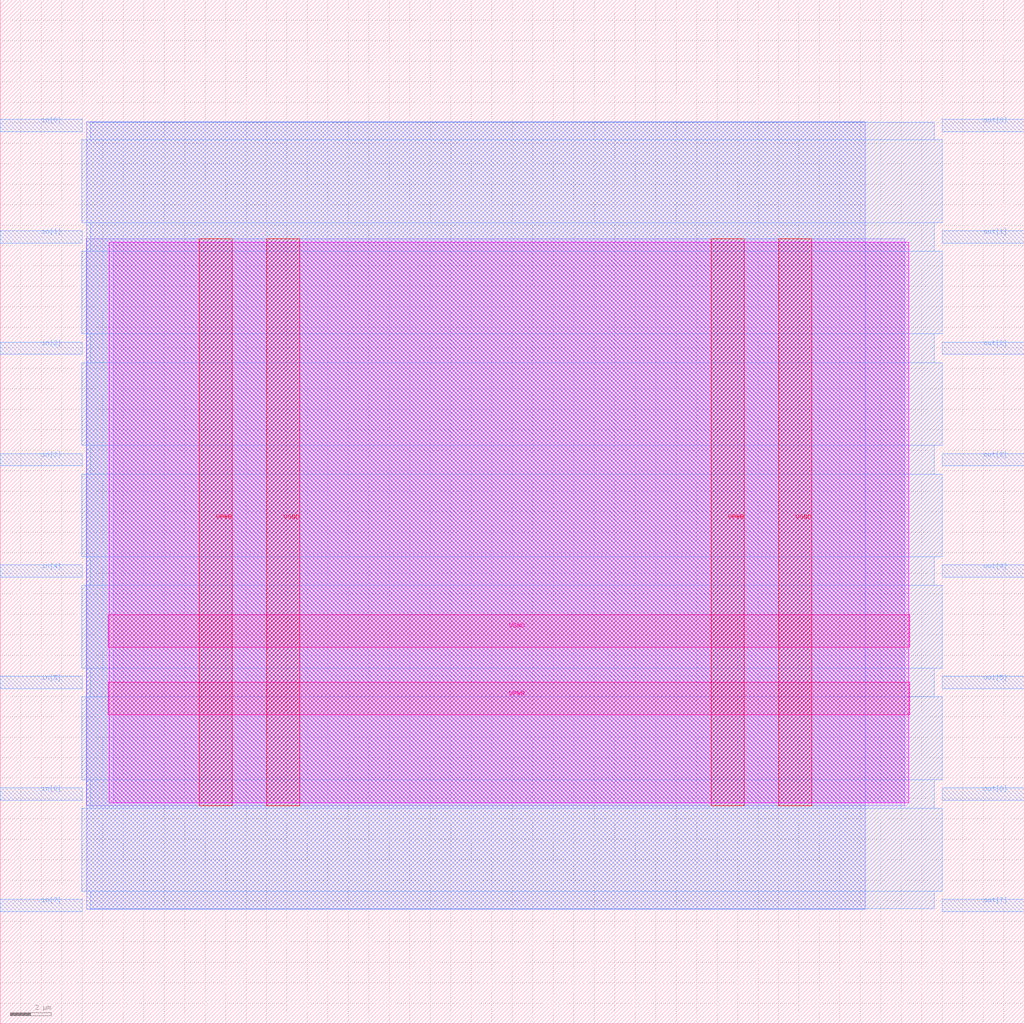
<source format=lef>
VERSION 5.7 ;
  NOWIREEXTENSIONATPIN ON ;
  DIVIDERCHAR "/" ;
  BUSBITCHARS "[]" ;
MACRO lab1
  CLASS BLOCK ;
  FOREIGN lab1 ;
  ORIGIN 0.000 0.000 ;
  SIZE 50.000 BY 50.000 ;
  PIN VGND
    DIRECTION INOUT ;
    USE GROUND ;
    PORT
      LAYER met4 ;
        RECT 13.020 10.640 14.620 38.320 ;
    END
    PORT
      LAYER met4 ;
        RECT 38.020 10.640 39.620 38.320 ;
    END
    PORT
      LAYER met5 ;
        RECT 5.280 18.380 44.400 19.980 ;
    END
  END VGND
  PIN VPWR
    DIRECTION INOUT ;
    USE POWER ;
    PORT
      LAYER met4 ;
        RECT 9.720 10.640 11.320 38.320 ;
    END
    PORT
      LAYER met4 ;
        RECT 34.720 10.640 36.320 38.320 ;
    END
    PORT
      LAYER met5 ;
        RECT 5.280 15.080 44.400 16.680 ;
    END
  END VPWR
  PIN in[0]
    DIRECTION INPUT ;
    USE SIGNAL ;
    ANTENNAGATEAREA 0.126000 ;
    PORT
      LAYER met3 ;
        RECT 0.000 43.560 4.000 44.160 ;
    END
  END in[0]
  PIN in[1]
    DIRECTION INPUT ;
    USE SIGNAL ;
    ANTENNAGATEAREA 0.196500 ;
    PORT
      LAYER met3 ;
        RECT 0.000 38.120 4.000 38.720 ;
    END
  END in[1]
  PIN in[2]
    DIRECTION INPUT ;
    USE SIGNAL ;
    ANTENNAGATEAREA 0.196500 ;
    PORT
      LAYER met3 ;
        RECT 0.000 32.680 4.000 33.280 ;
    END
  END in[2]
  PIN in[3]
    DIRECTION INPUT ;
    USE SIGNAL ;
    ANTENNAGATEAREA 0.196500 ;
    PORT
      LAYER met3 ;
        RECT 0.000 27.240 4.000 27.840 ;
    END
  END in[3]
  PIN in[4]
    DIRECTION INPUT ;
    USE SIGNAL ;
    ANTENNAGATEAREA 0.196500 ;
    PORT
      LAYER met3 ;
        RECT 0.000 21.800 4.000 22.400 ;
    END
  END in[4]
  PIN in[5]
    DIRECTION INPUT ;
    USE SIGNAL ;
    ANTENNAGATEAREA 0.196500 ;
    PORT
      LAYER met3 ;
        RECT 0.000 16.360 4.000 16.960 ;
    END
  END in[5]
  PIN in[6]
    DIRECTION INPUT ;
    USE SIGNAL ;
    ANTENNAGATEAREA 0.196500 ;
    PORT
      LAYER met3 ;
        RECT 0.000 10.920 4.000 11.520 ;
    END
  END in[6]
  PIN in[7]
    DIRECTION INPUT ;
    USE SIGNAL ;
    ANTENNAGATEAREA 0.196500 ;
    PORT
      LAYER met3 ;
        RECT 0.000 5.480 4.000 6.080 ;
    END
  END in[7]
  PIN out[0]
    DIRECTION OUTPUT ;
    USE SIGNAL ;
    ANTENNADIFFAREA 0.445500 ;
    PORT
      LAYER met3 ;
        RECT 46.000 43.560 50.000 44.160 ;
    END
  END out[0]
  PIN out[1]
    DIRECTION OUTPUT ;
    USE SIGNAL ;
    ANTENNADIFFAREA 0.445500 ;
    PORT
      LAYER met3 ;
        RECT 46.000 38.120 50.000 38.720 ;
    END
  END out[1]
  PIN out[2]
    DIRECTION OUTPUT ;
    USE SIGNAL ;
    ANTENNADIFFAREA 0.445500 ;
    PORT
      LAYER met3 ;
        RECT 46.000 32.680 50.000 33.280 ;
    END
  END out[2]
  PIN out[3]
    DIRECTION OUTPUT ;
    USE SIGNAL ;
    ANTENNADIFFAREA 0.445500 ;
    PORT
      LAYER met3 ;
        RECT 46.000 27.240 50.000 27.840 ;
    END
  END out[3]
  PIN out[4]
    DIRECTION OUTPUT ;
    USE SIGNAL ;
    ANTENNADIFFAREA 0.445500 ;
    PORT
      LAYER met3 ;
        RECT 46.000 21.800 50.000 22.400 ;
    END
  END out[4]
  PIN out[5]
    DIRECTION OUTPUT ;
    USE SIGNAL ;
    ANTENNADIFFAREA 0.445500 ;
    PORT
      LAYER met3 ;
        RECT 46.000 16.360 50.000 16.960 ;
    END
  END out[5]
  PIN out[6]
    DIRECTION OUTPUT ;
    USE SIGNAL ;
    ANTENNADIFFAREA 0.445500 ;
    PORT
      LAYER met3 ;
        RECT 46.000 10.920 50.000 11.520 ;
    END
  END out[6]
  PIN out[7]
    DIRECTION OUTPUT ;
    USE SIGNAL ;
    ANTENNADIFFAREA 0.445500 ;
    PORT
      LAYER met3 ;
        RECT 46.000 5.480 50.000 6.080 ;
    END
  END out[7]
  OBS
      LAYER nwell ;
        RECT 5.330 10.795 44.350 38.165 ;
      LAYER li1 ;
        RECT 5.520 10.795 44.160 38.165 ;
      LAYER met1 ;
        RECT 4.210 10.640 44.160 38.320 ;
      LAYER met2 ;
        RECT 4.230 5.595 42.230 44.045 ;
      LAYER met3 ;
        RECT 4.400 43.160 45.600 44.025 ;
        RECT 3.990 39.120 46.000 43.160 ;
        RECT 4.400 37.720 45.600 39.120 ;
        RECT 3.990 33.680 46.000 37.720 ;
        RECT 4.400 32.280 45.600 33.680 ;
        RECT 3.990 28.240 46.000 32.280 ;
        RECT 4.400 26.840 45.600 28.240 ;
        RECT 3.990 22.800 46.000 26.840 ;
        RECT 4.400 21.400 45.600 22.800 ;
        RECT 3.990 17.360 46.000 21.400 ;
        RECT 4.400 15.960 45.600 17.360 ;
        RECT 3.990 11.920 46.000 15.960 ;
        RECT 4.400 10.520 45.600 11.920 ;
        RECT 3.990 6.480 46.000 10.520 ;
        RECT 4.400 5.615 45.600 6.480 ;
  END
END lab1
END LIBRARY


</source>
